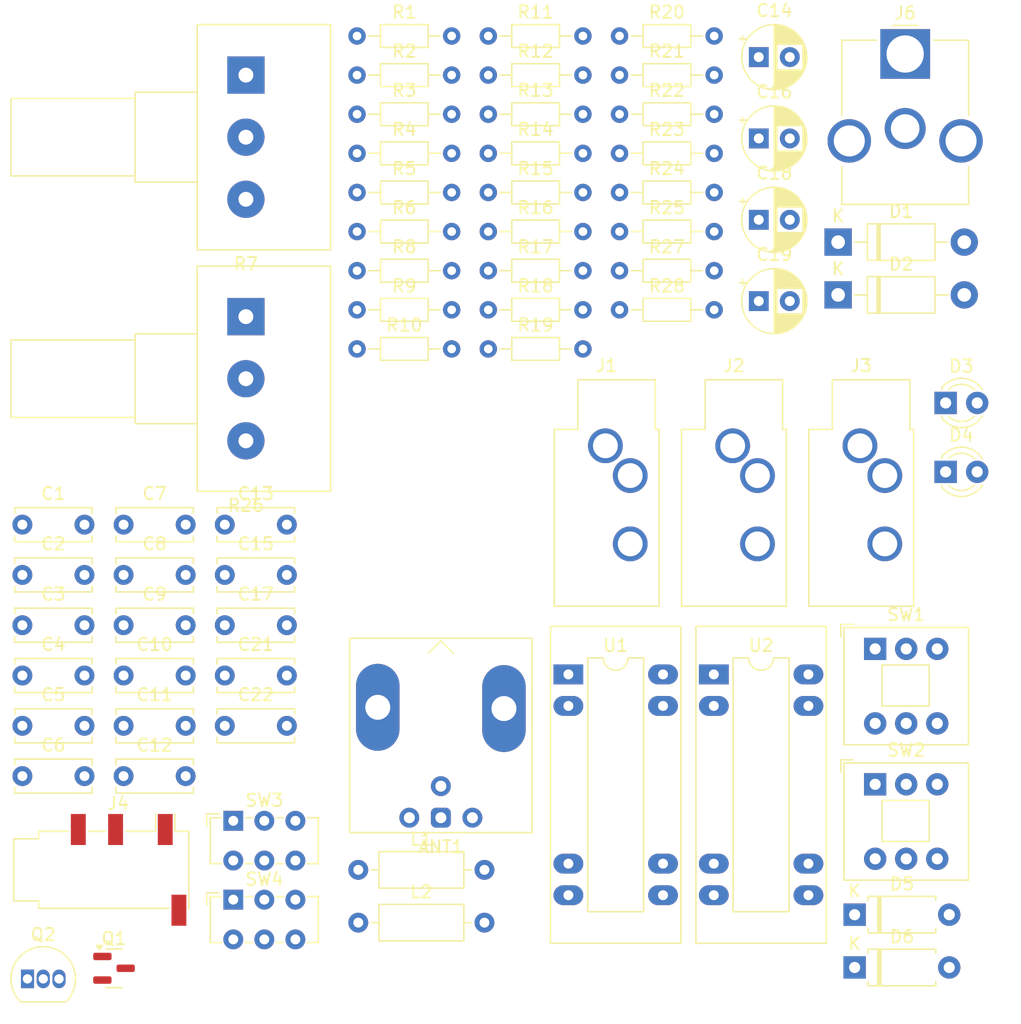
<source format=kicad_pcb>
(kicad_pcb (version 20240108) (generator "pcbnew") (generator_version "8.0")
  (layers (0 "F.Cu" signal) (31 "B.Cu" signal) (34 "B.Paste" user) (35 "F.Paste" user) (36 "B.SilkS" user "B.Silkscreen") (37 "F.SilkS" user "F.Silkscreen") (38 "B.Mask" user) (39 "F.Mask" user) (44 "Edge.Cuts" user))
  (net 0 "")
  (net 1 "Net-(ANT1-A)")
  (net 2 "GND")
  (net 3 "Net-(C1-Pad2)")
  (net 4 "Net-(D5-K)")
  (net 5 "Net-(C3-Pad1)")
  (net 6 "Net-(C3-Pad2)")
  (net 7 "Net-(Q1-S)")
  (net 8 "Net-(C5-Pad2)")
  (net 9 "Net-(Q1-D)")
  (net 10 "Net-(Q2-B)")
  (net 11 "Net-(C8-Pad1)")
  (net 12 "Net-(Q2-C)")
  (net 13 "Net-(C9-Pad2)")
  (net 14 "Net-(U2A--)")
  (net 15 "Net-(C11-Pad2)")
  (net 16 "Net-(C11-Pad1)")
  (net 17 "Net-(U2B-+)")
  (net 18 "Net-(C13-Pad2)")
  (net 19 "Net-(C13-Pad1)")
  (net 20 "Net-(C14-Pad1)")
  (net 21 "Net-(C15-Pad2)")
  (net 22 "Net-(C15-Pad1)")
  (net 23 "Net-(SW3-C)")
  (net 24 "Net-(C18-Pad1)")
  (net 25 "Net-(C18-Pad2)")
  (net 26 "Net-(C19-Pad1)")
  (net 27 "Net-(C19-Pad2)")
  (net 28 "Net-(SW3-B)")
  (net 29 "Net-(C22-Pad2)")
  (net 30 "Net-(D1-K)")
  (net 31 "Net-(D1-A)")
  (net 32 "Net-(D2-K)")
  (net 33 "Net-(BT1-+)")
  (net 34 "Net-(D3-A)")
  (net 35 "Net-(D4-A)")
  (net 36 "Net-(D5-A)")
  (net 37 "Net-(SW4-A)")
  (net 38 "Net-(SW4-B)")
  (net 39 "Net-(SW4-C)")
  (net 40 "Net-(J4-PadT)")
  (net 41 "Net-(L1-Pad1)")
  (net 42 "Net-(Q2-E)")
  (net 43 "Net-(U1--)")
  (net 44 "Net-(U2A-+)")
  (net 45 "Net-(R14-Pad2)")
  (net 46 "Net-(J4-PadR)")
  (net 47 "Net-(U2B--)")
  (footprint "Capacitor_THT:C_Disc_D6.0mm_W2.5mm_P5.00mm" (layer "F.Cu") (at 125.125 100.095)
    (property "Reference" "C17" (at 2.5 -2.5 0) (layer "F.SilkS"))
    (property "Value" "0.1uF")
    (pad "1" thru_hole circle (at 0 0) (size 1.6 1.6) (drill 0.8) (layers "*.Cu" "*.Mask") (net 23 "Net-(SW3-C)"))
    (pad "2" thru_hole circle (at 5 0) (size 1.6 1.6) (drill 0.8) (layers "*.Cu" "*.Mask") (net 2 "GND"))
  )
  (footprint "Capacitor_THT:C_Disc_D6.0mm_W2.5mm_P5.00mm" (layer "F.Cu") (at 116.975 104.145)
    (property "Reference" "C10" (at 2.5 -2.5 0) (layer "F.SilkS"))
    (property "Value" "10uF")
    (pad "1" thru_hole circle (at 0 0) (size 1.6 1.6) (drill 0.8) (layers "*.Cu" "*.Mask") (net 14 "Net-(U2A--)"))
    (pad "2" thru_hole circle (at 5 0) (size 1.6 1.6) (drill 0.8) (layers "*.Cu" "*.Mask") (net 2 "GND"))
  )
  (footprint "Potentiometer_THT:Potentiometer_Alps_RK163_Single_Horizontal" (layer "F.Cu") (at 126.825 75.245)
    (property "Reference" "R26" (at 0 15.2 180) (layer "F.SilkS"))
    (property "Value" "10k")
    (pad "1" thru_hole rect (at 0 0 180) (size 3 3) (drill 1.2) (layers "*.Cu" "*.Mask") (net 19 "Net-(C13-Pad1)"))
    (pad "2" thru_hole circle (at 0 5 180) (size 3 3) (drill 1.2) (layers "*.Cu" "*.Mask") (net 39 "Net-(SW4-C)"))
    (pad "3" thru_hole circle (at 0 10 180) (size 3 3) (drill 1.2) (layers "*.Cu" "*.Mask") (net 2 "GND"))
  )
  (footprint "LED_THT:LED_D3.0mm" (layer "F.Cu") (at 183.175 87.745)
    (property "Reference" "D4" (at 1.27 -2.96 0) (layer "F.SilkS"))
    (property "Value" "AMP POWER")
    (pad "1" thru_hole rect (at 0 0) (size 1.8 1.8) (drill 0.9) (layers "*.Cu" "*.Mask") (net 2 "GND"))
    (pad "2" thru_hole circle (at 2.54 0) (size 1.8 1.8) (drill 0.9) (layers "*.Cu" "*.Mask") (net 35 "Net-(D4-A)"))
  )
  (footprint "Capacitor_THT:C_Disc_D6.0mm_W2.5mm_P5.00mm" (layer "F.Cu") (at 108.825 96.045)
    (property "Reference" "C2" (at 2.5 -2.5 0) (layer "F.SilkS"))
    (property "Value" "0.01uF")
    (pad "1" thru_hole circle (at 0 0) (size 1.6 1.6) (drill 0.8) (layers "*.Cu" "*.Mask") (net 3 "Net-(C1-Pad2)"))
    (pad "2" thru_hole circle (at 5 0) (size 1.6 1.6) (drill 0.8) (layers "*.Cu" "*.Mask") (net 4 "Net-(D5-K)"))
  )
  (footprint "Capacitor_THT:C_Disc_D6.0mm_W2.5mm_P5.00mm" (layer "F.Cu") (at 108.825 112.245)
    (property "Reference" "C6" (at 2.5 -2.5 0) (layer "F.SilkS"))
    (property "Value" "0.01uF")
    (pad "1" thru_hole circle (at 0 0) (size 1.6 1.6) (drill 0.8) (layers "*.Cu" "*.Mask") (net 8 "Net-(C5-Pad2)"))
    (pad "2" thru_hole circle (at 5 0) (size 1.6 1.6) (drill 0.8) (layers "*.Cu" "*.Mask") (net 2 "GND"))
  )
  (footprint "Resistor_THT:R_Axial_DIN0204_L3.6mm_D1.6mm_P7.62mm_Horizontal" (layer "F.Cu") (at 135.775 62.095)
    (property "Reference" "R4" (at 3.81 -1.92 0) (layer "F.SilkS"))
    (property "Value" "22M")
    (pad "1" thru_hole circle (at 0 0) (size 1.4 1.4) (drill 0.7) (layers "*.Cu" "*.Mask") (net 4 "Net-(D5-K)"))
    (pad "2" thru_hole oval (at 7.62 0) (size 1.4 1.4) (drill 0.7) (layers "*.Cu" "*.Mask") (net 2 "GND"))
  )
  (footprint "Connector_Audio:Jack_3.5mm_CUI_SJ1-3533NG_Horizontal_CircularHoles" (layer "F.Cu") (at 155.775 85.645)
    (property "Reference" "J1" (at 0.1 -6.45 0) (layer "F.SilkS"))
    (property "Value" "AudioJack2")
    (pad "R" thru_hole circle (at 2 7.9) (size 2.8 2.8) (drill 2) (layers "*.Cu" "*.Mask"))
    (pad "S" thru_hole circle (at 0 0) (size 2.8 2.8) (drill 2) (layers "*.Cu" "*.Mask") (net 2 "GND"))
    (pad "T" thru_hole circle (at 2 2.4) (size 2.8 2.8) (drill 2) (layers "*.Cu" "*.Mask") (net 37 "Net-(SW4-A)"))
  )
  (footprint "Capacitor_THT:C_Disc_D6.0mm_W2.5mm_P5.00mm" (layer "F.Cu") (at 125.125 91.995)
    (property "Reference" "C13" (at 2.5 -2.5 0) (layer "F.SilkS"))
    (property "Value" "1uF")
    (pad "1" thru_hole circle (at 0 0) (size 1.6 1.6) (drill 0.8) (layers "*.Cu" "*.Mask") (net 19 "Net-(C13-Pad1)"))
    (pad "2" thru_hole circle (at 5 0) (size 1.6 1.6) (drill 0.8) (layers "*.Cu" "*.Mask") (net 18 "Net-(C13-Pad2)"))
  )
  (footprint "Package_DIP:DIP-8-16_W7.62mm_Socket_LongPads" (layer "F.Cu") (at 152.795 104.055)
    (property "Reference" "U1" (at 3.81 -2.33 0) (layer "F.SilkS"))
    (property "Value" "LM386")
    (pad "1" thru_hole rect (at 0 0) (size 2.4 1.6) (drill 0.8) (layers "*.Cu" "*.Mask") (net 25 "Net-(C18-Pad2)"))
    (pad "2" thru_hole oval (at 0 2.54) (size 2.4 1.6) (drill 0.8) (layers "*.Cu" "*.Mask") (net 43 "Net-(U1--)"))
    (pad "3" thru_hole oval (at 0 15.24) (size 2.4 1.6) (drill 0.8) (layers "*.Cu" "*.Mask") (net 2 "GND"))
    (pad "4" thru_hole oval (at 0 17.78) (size 2.4 1.6) (drill 0.8) (layers "*.Cu" "*.Mask") (net 2 "GND"))
    (pad "5" thru_hole oval (at 7.62 17.78) (size 2.4 1.6) (drill 0.8) (layers "*.Cu" "*.Mask") (net 26 "Net-(C19-Pad1)"))
    (pad "6" thru_hole oval (at 7.62 15.24) (size 2.4 1.6) (drill 0.8) (layers "*.Cu" "*.Mask") (net 23 "Net-(SW3-C)"))
    (pad "7" thru_hole oval (at 7.62 2.54) (size 2.4 1.6) (drill 0.8) (layers "*.Cu" "*.Mask"))
    (pad "8" thru_hole oval (at 7.62 0) (size 2.4 1.6) (drill 0.8) (layers "*.Cu" "*.Mask") (net 24 "Net-(C18-Pad1)"))
  )
  (footprint "Connector_Audio:Jack_3.5mm_PJ320D_Horizontal" (layer "F.Cu") (at 116.505 119.795)
    (property "Reference" "J4" (at 0.05 -5.35 0) (layer "F.SilkS"))
    (property "Value" "AudioJack3")
    (pad "" np_thru_hole circle (at -4.775 0) (size 1.5 1.5) (drill 1.5) (layers "*.Cu" "*.Mask"))
    (pad "" np_thru_hole circle (at 2.225 0) (size 1.5 1.5) (drill 1.5) (layers "*.Cu" "*.Mask"))
    (pad "R1" smd rect (at -0.175 -3.25) (size 1.2 2.5) (layers "F.Cu" "F.Paste" "F.Mask"))
    (pad "R2" smd rect (at -3.175 -3.25) (size 1.2 2.5) (layers "F.Cu" "F.Paste" "F.Mask"))
    (pad "S" smd rect (at 4.925 3.25) (size 1.2 2.5) (layers "F.Cu" "F.Paste" "F.Mask") (net 2 "GND"))
    (pad "T" smd rect (at 3.825 -3.25) (size 1.2 2.5) (layers "F.Cu" "F.Paste" "F.Mask") (net 40 "Net-(J4-PadT)"))
  )
  (footprint "Capacitor_THT:C_Disc_D6.0mm_W2.5mm_P5.00mm" (layer "F.Cu") (at 108.825 104.145)
    (property "Reference" "C4" (at 2.5 -2.5 0) (layer "F.SilkS"))
    (property "Value" "10uF")
    (pad "1" thru_hole circle (at 0 0) (size 1.6 1.6) (drill 0.8) (layers "*.Cu" "*.Mask") (net 7 "Net-(Q1-S)"))
    (pad "2" thru_hole circle (at 5 0) (size 1.6 1.6) (drill 0.8) (layers "*.Cu" "*.Mask") (net 2 "GND"))
  )
  (footprint "Connector_Coaxial:BNC_Amphenol_031-6575_Horizontal" (layer "F.Cu") (at 142.525 115.595)
    (property "Reference" "ANT1" (at 0 2.35 0) (layer "F.SilkS"))
    (property "Value" "Antenna")
    (pad "" thru_hole oval (at -5.08 -8.89) (size 3.5 7) (drill 2.01) (layers "*.Cu" "*.Mask"))
    (pad "" thru_hole oval (at 5.08 -8.79) (size 3.5 7) (drill 2.01) (layers "*.Cu" "*.Mask"))
    (pad "1" thru_hole roundrect (at 0 0) (size 1.6 1.6) (drill 0.89) (layers "*.Cu" "*.Mask") (net 1 "Net-(ANT1-A)"))
    (pad "2" thru_hole circle (at -2.54 0) (size 1.6 1.6) (drill 0.89) (layers "*.Cu" "*.Mask"))
    (pad "3" thru_hole circle (at 0 -2.54) (size 1.6 1.6) (drill 0.89) (layers "*.Cu" "*.Mask"))
    (pad "4" thru_hole circle (at 2.54 0) (size 1.6 1.6) (drill 0.89) (layers "*.Cu" "*.Mask"))
  )
  (footprint "Resistor_THT:R_Axial_DIN0204_L3.6mm_D1.6mm_P7.62mm_Horizontal" (layer "F.Cu") (at 146.345 74.695)
    (property "Reference" "R18" (at 3.81 -1.92 0) (layer "F.SilkS"))
    (property "Value" "15k")
    (pad "1" thru_hole circle (at 0 0) (size 1.4 1.4) (drill 0.7) (layers "*.Cu" "*.Mask") (net 17 "Net-(U2B-+)"))
    (pad "2" thru_hole oval (at 7.62 0) (size 1.4 1.4) (drill 0.7) (layers "*.Cu" "*.Mask") (net 15 "Net-(C11-Pad2)"))
  )
  (footprint "Capacitor_THT:C_Disc_D6.0mm_W2.5mm_P5.00mm" (layer "F.Cu") (at 108.825 91.995)
    (property "Reference" "C1" (at 2.5 -2.5 0) (layer "F.SilkS"))
    (property "Value" "24pF")
    (pad "1" thru_hole circle (at 0 0) (size 1.6 1.6) (drill 0.8) (layers "*.Cu" "*.Mask") (net 2 "GND"))
    (pad "2" thru_hole circle (at 5 0) (size 1.6 1.6) (drill 0.8) (layers "*.Cu" "*.Mask") (net 3 "Net-(C1-Pad2)"))
  )
  (footprint "Resistor_THT:R_Axial_DIN0204_L3.6mm_D1.6mm_P7.62mm_Horizontal" (layer "F.Cu") (at 146.345 52.645)
    (property "Reference" "R11" (at 3.81 -1.92 0) (layer "F.SilkS"))
    (property "Value" "470")
    (pad "1" thru_hole circle (at 0 0) (size 1.4 1.4) (drill 0.7) (layers "*.Cu" "*.Mask") (net 42 "Net-(Q2-E)"))
    (pad "2" thru_hole oval (at 7.62 0) (size 1.4 1.4) (drill 0.7) (layers "*.Cu" "*.Mask") (net 2 "GND"))
  )
  (footprint "Resistor_THT:R_Axial_DIN0204_L3.6mm_D1.6mm_P7.62mm_Horizontal" (layer "F.Cu") (at 146.345 71.545)
    (property "Reference" "R17" (at 3.81 -1.92 0) (layer "F.SilkS"))
    (property "Value" "10k")
    (pad "1" thru_hole circle (at 0 0) (size 1.4 1.4) (drill 0.7) (layers "*.Cu" "*.Mask") (net 15 "Net-(C11-Pad2)"))
    (pad "2" thru_hole oval (at 7.62 0) (size 1.4 1.4) (drill 0.7) (layers "*.Cu" "*.Mask") (net 45 "Net-(R14-Pad2)"))
  )
  (footprint "Capacitor_THT:CP_Radial_D5.0mm_P2.50mm" (layer "F.Cu") (at 168.124775 54.345)
    (property "Reference" "C14" (at 1.25 -3.75 0) (layer "F.SilkS"))
    (property "Value" "330uF")
    (pad "1" thru_hole rect (at 0 0) (size 1.6 1.6) (drill 0.8) (layers "*.Cu" "*.Mask") (net 20 "Net-(C14-Pad1)"))
    (pad "2" thru_hole circle (at 2.5 0) (size 1.6 1.6) (drill 0.8) (layers "*.Cu" "*.Mask") (net 2 "GND"))
  )
  (footprint "Resistor_THT:R_Axial_DIN0204_L3.6mm_D1.6mm_P7.62mm_Horizontal" (layer "F.Cu") (at 135.775 52.645)
    (property "Reference" "R1" (at 3.81 -1.92 0) (layer "F.SilkS"))
    (property "Value" "560K")
    (pad "1" thru_hole circle (at 0 0) (size 1.4 1.4) (drill 0.7) (layers "*.Cu" "*.Mask") (net 1 "Net-(ANT1-A)"))
    (pad "2" thru_hole oval (at 7.62 0) (size 1.4 1.4) (drill 0.7) (layers "*.Cu" "*.Mask") (net 41 "Net-(L1-Pad1)"))
  )
  (footprint "Inductor_THT:L_Axial_L6.6mm_D2.7mm_P10.16mm_Horizontal_Vishay_IM-2" (layer "F.Cu") (at 135.875 124.045)
    (property "Reference" "L2" (at 5.08 -2.47 0) (layer "F.SilkS"))
    (property "Value" "150 mH")
    (pad "1" thru_hole circle (at 0 0) (size 1.6 1.6) (drill 0.8) (layers "*.Cu" "*.Mask") (net 8 "Net-(C5-Pad2)"))
    (pad "2" thru_hole oval (at 10.16 0) (size 1.6 1.6) (drill 0.8) (layers "*.Cu" "*.Mask") (net 10 "Net-(Q2-B)"))
  )
  (footprint "Capacitor_THT:CP_Radial_D5.0mm_P2.50mm" (layer "F.Cu") (at 168.124775 60.895)
    (property "Reference" "C16" (at 1.25 -3.75 0) (layer "F.SilkS"))
    (property "Value" "330uF")
    (pad "1" thru_hole rect (at 0 0) (size 1.6 1.6) (drill 0.8) (layers "*.Cu" "*.Mask") (net 23 "Net-(SW3-C)"))
    (pad "2" thru_hole circle (at 2.5 0) (size 1.6 1.6) (drill 0.8) (layers "*.Cu" "*.Mask") (net 2 "GND"))
  )
  (footprint "Resistor_THT:R_Axial_DIN0204_L3.6mm_D1.6mm_P7.62mm_Horizontal" (layer "F.Cu") (at 156.915 74.695)
    (property "Reference" "R28" (at 3.81 -1.92 0) (layer "F.SilkS"))
    (property "Value" "270k")
    (pad "1" thru_hole circle (at 0 0) (size 1.4 1.4) (drill 0.7) (layers "*.Cu" "*.Mask") (net 26 "Net-(C19-Pad1)"))
    (pad "2" thru_hole oval (at 7.62 0) (size 1.4 1.4) (drill 0.7) (layers "*.Cu" "*.Mask") (net 43 "Net-(U1--)"))
  )
  (footprint "Resistor_THT:R_Axial_DIN0204_L3.6mm_D1.6mm_P7.62mm_Horizontal" (layer "F.Cu") (at 135.775 77.845)
    (property "Reference" "R10" (at 3.81 -1.92 0) (layer "F.SilkS"))
    (property "Value" "2K2")
    (pad "1" thru_hole circle (at 0 0) (size 1.4 1.4) (drill 0.7) (layers "*.Cu" "*.Mask") (net 28 "Net-(SW3-B)"))
    (pad "2" thru_hole oval (at 7.62 0) (size 1.4 1.4) (drill 0.7) (layers "*.Cu" "*.Mask") (net 12 "Net-(Q2-C)"))
  )
  (footprint "Connector_BarrelJack:BarrelJack_CUI_PJ-063AH_Horizontal_CircularHoles" (layer "F.Cu") (at 179.915 54.095)
    (property "Reference" "J6" (at 0 -3.3 0) (layer "F.SilkS"))
    (property "Value" "Barrel_Jack")
    (pad "" np_thru_hole circle (at 0 9) (size 1.6 1.6) (drill 1.6) (layers "*.Cu" "*.Mask"))
    (pad "1" thru_hole rect (at 0 0) (size 4 4) (drill 3) (layers "*.Cu" "*.Mask") (net 31 "Net-(D1-A)"))
    (pad "2" thru_hole circle (at 0 6) (size 3.3 3.3) (drill 2.3) (layers "*.Cu" "*.Mask") (net 2 "GND"))
    (pad "MP" thru_hole circle (at -4.5 7) (size 3.5 3.5) (drill 2.5) (layers "*.Cu" "*.Mask"))
    (pad "MP" thru_hole circle (at 4.5 7) (size 3.5 3.5) (drill 2.5) (layers "*.Cu" "*.Mask"))
  )
  (footprint "Resistor_THT:R_Axial_DIN0204_L3.6mm_D1.6mm_P7.62mm_Horizontal" (layer "F.Cu") (at 156.915 58.945)
    (property "Reference" "R22" (at 3.81 -1.92 0) (layer "F.SilkS"))
    (property "Value" "1k")
    (pad "1" thru_hole circle (at 0 0) (size 1.4 1.4) (drill 0.7) (layers "*.Cu" "*.Mask") (net 18 "Net-(C13-Pad2)"))
    (pad "2" thru_hole oval (at 7.62 0) (size 1.4 1.4) (drill 0.7) (layers "*.Cu" "*.Mask") (net 16 "Net-(C11-Pad1)"))
  )
  (footprint "Button_Switch_THT:SW_Push_2P2T_Toggle_CK_PVA2OAH5xxxxxxV2" (layer "F.Cu") (at 177.5 112.905)
    (property "Reference" "SW2" (at 2.5 -2.75 0) (layer "F.SilkS"))
    (property "Value" "MAIN POWER")
    (pad "1" thru_hole rect (at 0 0) (size 1.8 1.8) (drill 0.9) (layers "*.Cu" "*.Mask"))
    (pad "2" thru_hole circle (at 2.5 0) (size 1.8 1.8) (drill 0.9) (layers "*.Cu" "*.Mask") (net 30 "Net-(D1-K)"))
    (pad "3" thru_hole circle (at 5 0) (size 1.8 1.8) (drill 0.9) (layers "*.Cu" "*.Mask") (net 28 "Net-(SW3-B)"))
    (pad "4" thru_hole circle (at 0 6) (size 1.8 1.8) (drill 0.9) (layers "*.Cu" "*.Mask"))
    (pad "5" thru_hole circle (at 2.5 6) (size 1.8 1.8) (drill 0.9) (layers "*.Cu" "*.Mask") (net 32 "Net-(D2-K)"))
    (pad "6" thru_hole circle (at 5 6) (size 1.8 1.8) (drill 0.9) (layers "*.Cu" "*.Mask") (net 28 "Net-(SW3-B)"))
  )
  (footprint "Capacitor_THT:C_Disc_D6.0mm_W2.5mm_P5.00mm" (layer "F.Cu") (at 116.975 112.245)
    (property "Reference" "C12" (at 2.5 -2.5 0) (layer "F.SilkS"))
    (property "Value" "0.001uF")
    (pad "1" thru_hole circle (at 0 0) (size 1.6 1.6) (drill 0.8) (layers "*.Cu" "*.Mask") (net 17 "Net-(U2B-+)"))
    (pad "2" thru_hole circle (at 5 0) (size 1.6 1.6) (drill 0.8) (layers "*.Cu" "*.Mask") (net 2 "GND"))
  )
  (footprint "Capacitor_THT:CP_Radial_D5.0mm_P2.50mm" (layer "F.Cu") (at 168.124775 67.445)
    (property "Reference" "C18" (at 1.25 -3.75 0) (layer "F.SilkS"))
    (property "Value" "10uF")
    (pad "1" thru_hole rect (at 0 0) (size 1.6 1.6) (drill 0.8) (layers "*.Cu" "*.Mask") (net 24 "Net-(C18-Pad1)"))
    (pad "2" thru_hole circle (at 2.5 0) (size 1.6 1.6) (drill 0.8) (layers "*.Cu" "*.Mask") (net 25 "Net-(C18-Pad2)"))
  )
  (footprint "Resistor_THT:R_Axial_DIN0204_L3.6mm_D1.6mm_P7.62mm_Horizontal" (layer "F.Cu") (at 156.915 55.795)
    (property "Reference" "R21" (at 3.81 -1.92 0) (layer "F.SilkS"))
    (property "Value" "1k")
    (pad "1" thru_hole circle (at 0 0) (size 1.4 1.4) (drill 0.7) (layers "*.Cu" "*.Mask") (net 21 "Net-(C15-Pad2)"))
    (pad "2" thru_hole oval (at 7.62 0) (size 1.4 1.4) (drill 0.7) (layers "*.Cu" "*.Mask") (net 16 "Net-(C11-Pad1)"))
  )
  (footprint "Resistor_THT:R_Axial_DIN0204_L3.6mm_D1.6mm_P7.62mm_Horizontal" (layer "F.Cu") (at 156.915 68.395)
    (property "Reference" "R25" (at 3.81 -1.92 0) (layer "F.SilkS"))
    (property "Value" "100")
    (pad "1" thru_hole circle (at 0 0) (size 1.4 1.4) (drill 0.7) (layers "*.Cu" "*.Mask") (net 28 "Net-(SW3-B)"))
    (pad "2" thru_hole oval (at 7.62 0) (size 1.4 1.4) (drill 0.7) (layers "*.Cu" "*.Mask") (net 20 "Net-(C14-Pad1)"))
  )
  (footprint "Resistor_THT:R_Axial_DIN0204_L3.6mm_D1.6mm_P7.62mm_Horizontal" (layer "F.Cu") (at 156.915 52.645)
    (property "Reference" "R20" (at 3.81 -1.92 0) (layer "F.SilkS"))
    (property "Value" "20k")
    (pad "1" thru_hole circle (at 0 0) (size 1.4 1.4) (drill 0.7) (layers "*.Cu" "*.Mask") (net 16 "Net-(C11-Pad1)"))
    (pad "2" thru_hole oval (at 7.62 0) (size 1.4 1.4) (drill 0.7) (layers "*.Cu" "*.Mask") (net 47 "Net-(U2B--)"))
  )
  (footprint "Capacitor_THT:C_Disc_D6.0mm_W2.5mm_P5.00mm" (layer "F.Cu") (at 116.975 96.045)
    (property "Reference" "C8" (at 2.5 -2.5 0) (layer "F.SilkS"))
    (property "Value" "1uF")
    (pad "1" thru_hole circle (at 0 0) (size 1.6 1.6) (drill 0.8) (layers "*.Cu" "*.Mask") (net 11 "Net-(C8-Pad1)"))
    (pad "2" thru_hole circle (at 5 0) (size 1.6 1.6) (drill 0.8) (layers "*.Cu" "*.Mask") (net 2 "GND"))
  )
  (footprint "Resistor_THT:R_Axial_DIN0204_L3.6mm_D1.6mm_P7.62mm_Horizontal" (layer "F.Cu") (at 135.775 65.245)
    (property "Reference" "R5" (at 3.81 -1.92 0) (layer "F.SilkS"))
    (property "Value" "680")
    (pad "1" thru_hole circle (at 0 0) (size 1.4 1.4) (drill 0.7) (layers "*.Cu" "*.Mask") (net 20 "Net-(C14-Pad1)"))
    (pad "2" thru_hole oval (at 7.62 0) (size 1.4 1.4) (drill 0.7) (layers "*.Cu" "*.Mask") (net 9 "Net-(Q1-D)"))
  )
  (footprint "Capacitor_THT:C_Disc_D6.0mm_W2.5mm_P5.00mm" (layer "F.Cu") (at 125.125 104.145)
    (property "Reference" "C21" (at 2.5 -2.5 0) (layer "F.SilkS"))
    (property "Value" "0.1uF")
    (pad "1" thru_hole circle (at 0 0) (size 1.6 1.6) (drill 0.8) (layers "*.Cu" "*.Mask") (net 28 "Net-(SW3-B)"))
    (pad "2" thru_hole circle (at 5 0) (size 1.6 1.6) (drill 0.8) (layers "*.Cu" "*.Mask") (net 2 "GND"))
  )
  (footprint "Resistor_THT:R_Axial_DIN0204_L3.6mm_D1.6mm_P7.62mm_Horizontal" (layer "F.Cu") (at 135.775 71.545)
    (property "Reference" "R8" (at 3.81 -1.92 0) (layer "F.SilkS"))
    (property "Value" "43K")
    (pad "1" thru_hole circle (at 0 0) (size 1.4 1.4) (drill 0.7) (layers "*.Cu" "*.Mask") (net 20 "Net-(C14-Pad1)"))
    (pad "2" thru_hole oval (at 7.62 0) (size 1.4 1.4) (drill 0.7) (layers "*.Cu" "*.Mask") (net 10 "Net-(Q2-B)"))
  )
  (footprint "Resistor_THT:R_Axial_DIN0204_L3.6mm_D1.6mm_P7.62mm_Horizontal" (layer "F.Cu") (at 146.345 62.095)
    (property "Reference" "R14" (at 3.81 -1.92 0) (layer "F.SilkS"))
    (property "Value" "100k")
    (pad "1" thru_hole circle (at 0 0) (size 1.4 1.4) (drill 0.7) (layers "*.Cu" "*.Mask") (net 44 "Net-(U2A-+)"))
    (pad "2" thru_hole oval (at 7.62 0) (size 1.4 1.4) (drill 0.7) (layers "*.Cu" "*.Mask") (net 45 "Net-(R14-Pad2)"))
  )
  (footprint "Capacitor_THT:C_Disc_D6.0mm_W2.5mm_P5.00mm" (layer "F.Cu") (at 125.125 108.195)
    (property "Reference" "C22" (at 2.5 -2.5 0) (layer "F.SilkS"))
    (property "Value" "0.1uF")
    (pad "1" thru_hole circle (at 0 0) (size 1.6 1.6) (drill 0.8) (layers "*.Cu" "*.Mask") (net 26 "Net-(C19-Pad1)"))
    (pad "2" thru_hole circle (at 5 0) (size 1.6 1.6) (drill 0.8) (layers "*.Cu" "*.Mask") (net 29 "Net-(C22-Pad2)"))
  )
  (footprint "Capacitor_THT:C_Disc_D6.0mm_W2.5mm_P5.00mm" (layer "F.Cu") (at 108.825 100.095)
    (property "Reference" "C3" (at 2.5 -2.5 0) (layer "F.SilkS"))
    (property "Value" "24pF")
    (pad "1" thru_hole circle (at 0 0) (size 1.6 1.6) (drill 0.8) (layers "*.Cu" "*.Mask") (net 5 "Net-(C3-Pad1)"))
    (pad "2" thru_hole circle (at 5 0) (size 1.6 1.6) (drill 0.8) (layers "*.Cu" "*.Mask") (net 6 "Net-(C3-Pad2)"))
  )
  (footprint "Capacitor_THT:C_Disc_D6.0mm_W2.5mm_P5.00mm" (layer "F.Cu") (at 125.125 96.045)
    (property "Reference" "C15" (at 2.5 -2.5 0) (layer "F.SilkS"))
    (property "Value" "0.1uF")
    (pad "1" thru_hole circle (at 0 0) (size 1.6 1.6) (drill 0.8) (layers "*.Cu" "*.Mask") (net 22 "Net-(C15-Pad1)"))
    (pad "2" thru_hole circle (at 5 0) (size 1.6 1.6) (drill 0.8) (layers "*.Cu" "*.Mask") (net 21 "Net-(C15-Pad2)"))
  )
  (footprint "Connector_Audio:Jack_3.5mm_CUI_SJ1-3533NG_Horizontal_CircularHoles" (layer "F.Cu") (at 166.025 85.645)
    (property "Reference" "J2" (at 0.1 -6.45 0) (layer "F.SilkS"))
    (property "Value" "AudioJack2")
    (pad "R" thru_hole circle (at 2 7.9) (size 2.8 2.8) (drill 2) (layers "*.Cu" "*.Mask"))
    (pad "S" thru_hole circle (at 0 0) (size 2.8 2.8) (drill 2) (layers "*.Cu" "*.Mask") (net 2 "GND"))
    (pad "T" thru_hole circle (at 2 2.4) (size 2.8 2.8) (drill 2) (layers "*.Cu" "*.Mask") (net 38 "Net-(SW4-B)"))
  )
  (footprint "Diode_THT:D_DO-41_SOD81_P10.16mm_Horizontal" (layer "F.Cu") (at 174.515 69.245)
    (property "Reference" "D1" (at 5.08 -2.47 0) (layer "F.SilkS"))
    (property "Value" "1N4001")
    (fp_text user "K" (at 0 -2.1 0) (layer "F.SilkS"))
    (pad "1" thru_hole rect (at 0 0) (size 2.2 2.2) (drill 1.1) (layers "*.Cu" "*.Mask") (net 30 "Net-(D1-K)"))
    (pad "2" thru_hole oval (at 10.16 0) (size 2.2 2.2) (drill 1.1) (layers "*.Cu" "*.Mask") (net 31 "Net-(D1-A)"))
  )
  (footprint "Button_Switch_THT:SW_E-Switch_EG1271_SPDT" (layer "F.Cu") (at 125.81 115.845)
    (property "Reference" "SW3" (at 2.5 -1.65 0) (layer "F.SilkS"))
    (property "Value" "AMP POWER")
    (pad "1" thru_hole rect (at 0 0) (size 1.6 1.6) (drill 0.8) (layers "*.Cu" "*.Mask"))
    (pad "2" thru_hole circle (at 2.5 0) (size 1.6 1.6) (drill 0.8) (layers "*.Cu" "*.Mask") (net 28 "Net-(SW3-B)"))
    (pad "3" thru_hole circle (at 5 0) (size 1.6 1.6) (drill 0.8) (layers "*.Cu" "*.Mask") (net 23 "Net-(SW3-C)"))
    (pad "4" thru_hole circle (at 0 3.2) (size 1.6 1.6) (drill 0.8) (layers "*.Cu" "*.Mask"))
    (pad "5" thru_hole circle (at 2.5 3.2) (size 1.6 1.6) (drill 0.8) (layers "*.Cu" "*.Mask"))
    (pad "6" thru_hole circle (at 5 3.2) (size 1.6 1.6) (drill 0.8) (layers "*.Cu" "*.Mask"))
  )
  (footprint "Resistor_THT:R_Axial_DIN0204_L3.6mm_D1.6mm_P7.62mm_Horizontal" (layer "F.Cu") (at 146.345 68.395)
    (property "Reference" "R16" (at 3.81 -1.92 0) (layer "F.SilkS"))
    (property "Value" "20k")
    (pad "1" thru_hole circle (at 0 0) (size 1.4 1.4) (drill 0.7) (layers "*.Cu" "*.Mask") (net 14 "Net-(U2A--)"))
    (pad "2" thru_hole oval (at 7.62 0) (size 1.4 1.4) (drill 0.7) (layers "*.Cu" "*.Mask") (net 2 "GND"))
  )
  (footprint "Resistor_THT:R_Axial_DIN0204_L3.6mm_D1.6mm_P7.62mm_Horizontal" (layer "F.Cu") (at 135.775 55.795)
    (property "Reference" "R2" (at 3.81 -1.92 0) (layer "F.SilkS"))
    (property "Value" "10")
    (pad "1" thru_hole circle (at 0 0) (size 1.4 1.4) (drill 0.7) (layers "*.Cu" "*.Mask") (net 2 "GND"))
    (pad "2" thru_hole oval (at 7.62 0) (size 1.4 1.4) (drill 0.7) (layers "*.Cu" "*.Mask") (net 29 "Net-(C22-Pad2)"))
  )
  (footprint "Button_Switch_THT:SW_Push_2P2T_Toggle_CK_PVA2OAH5xxxxxxV2" (layer "F.Cu") (at 177.5 102)
    (property "Reference" "SW1" (at 2.5 -2.75 0) (layer "F.SilkS"))
    (property "Value" "ANT")
    (pad "1" thru_hole rect (at 0 0) (size 1.8 1.8) (drill 0.9) (layers "*.Cu" "*.Mask") (net 1 "Net-(ANT1-A)"))
    (pad "2" thru_hole circle (at 2.5 0) (size 1.8 1.8) (drill 0.9) (layers "*.Cu" "*.Mask") (net 41 "Net-(L1-Pad1)"))
    (pad "3" thru_hole circle (at 5 0) (size 1.8 1.8) (drill 0.9) (layers "*.Cu" "*.Mask") (net 6 "Net-(C3-Pad2)"))
    (pad "4" thru_hole circle (at 0 6) (size 1.8 1.8) (drill 0.9) (layers "*.Cu" "*.Mask"))
    (pad "5" thru_hole circle (at 2.5 6) (size 1.8 1.8) (drill 0.9) (layers "*.Cu" "*.Mask") (net 2 "GND"))
    (pad "6" thru_hole circle (at 5 6) (size 1.8 1.8) (drill 0.9) (layers "*.Cu" "*.Mask") (net 5 "Net-(C3-Pad1)"))
  )
  (footprint "Package_DIP:DIP-8-16_W7.62mm_Socket_LongPads" (layer "F.Cu") (at 164.505 104.055)
    (property "Reference" "U2" (at 3.81 -2.33 0) (layer "F.SilkS"))
    (property "Value" "LM358")
    (pad "1" thru_hole rect (at 0 0) (size 2.4 1.6) (drill 0.8) (layers "*.Cu" "*.Mask") (net 45 "Net-(R14-Pad2)"))
    (pad "2" thru_hole oval (at 0 2.54) (size 2.4 1.6) (drill 0.8) (layers "*.Cu" "*.Mask") (net 14 "Net-(U2A--)"))
    (pad "3" thru_hole oval (at 0 15.24) (size 2.4 1.6) (drill 0.8) (layers "*.Cu" "*.Mask") (net 44 "Net-(U2A-+)"))
    (pad "4" thru_hole oval (at 0 17.78) (size 2.4 1.6) (drill 0.8) (layers "*.Cu" "*.Mask") (net 2 "GND"))
    (pad "5" thru_hole oval (at 7.62 17.78) (size 2.4 1.6) (drill 0.8) (layers "*.Cu" "*.Mask") (net 17 "Net-(U2B-+)"))
    (pad "6" thru_hole oval (at 7.62 15.24) (size 2.4 1.6) (drill 0.8) (layers "*.Cu" "*.Mask") (net 47 "Net-(U2B--)"))
    (pad "7" thru_hole oval (at 7.62 2.54) (size 2.4 1.6) (drill 0.8) (layers "*.Cu" "*.Mask") (net 16 "Net-(C11-Pad1)"))
    (pad "8" thru_hole oval (at 7.62 0) (size 2.4 1.6) (drill 0.8) (layers "*.Cu" "*.Mask") (net 28 "Net-(SW3-B)"))
  )
  (footprint "Capacitor_THT:C_Disc_D6.0mm_W2.5mm_P5.00mm" (layer "F.Cu") (at 116.975 100.095)
    (property "Reference" "C9" (at 2.5 -2.5 0) (layer "F.SilkS"))
    (property "Value" "0.1uF")
    (pad "1" thru_hole circle (at 0 0) (size 1.6 1.6) (drill 0.8) (layers "*.Cu" "*.Mask") (net 12 "Net-(Q2-C)"))
    (pad "2" thru_hole circle (at 5 0) (size 1.6 1.6) (drill 0.8) (layers "*.Cu" "*.Mask") (net 13 "Net-(C9-Pad2)"))
  )
  (footprint "Capacitor_THT:CP_Radial_D5.0mm_P2.50mm" (layer "F.Cu") (at 168.124775 73.995)
    (property "Reference" "C19" (at 1.25 -3.75 0) (layer "F.SilkS"))
    (property "Value" "100uF")
    (pad "1" thru_hole rect (at 0 0) (size 1.6 1.6) (drill 0.8) (layers "*.Cu" "*.Mask") (net 26 "Net-(C19-Pad1)"))
    (pad "2" thru_hole circle (at 2.5 0) (size 1.6 1.6) (drill 0.8) (layers "*.Cu" "*.Mask") (net 27 "Net-(C19-Pad2)"))
  )
  (footprint "LED_THT:LED_D3.0mm" (layer "F.Cu") (at 183.175 82.195)
    (property "Reference" "D3" (at 1.27 -2.96 0) (layer "F.SilkS"))
    (property "Value" "MAIN POWER")
    (pad "1" thru_hole rect (at 0 0) (size 1.8 1.8) (drill 0.9) (layers "*.Cu" "*.Mask") (net 2 "GND"))
    (pad "2" thru_hole circle (at 2.54 0) (size 1.8 1.8) (drill 0.9) (layers "*.Cu" "*.Mask") (net 34 "Net-(D3-A)"))
  )
  (footprint "Inductor_THT:L_Axial_L6.6mm_D2.7mm_P10.16mm_Horizontal_Vishay_IM-2" (layer "F.Cu") (at 135.875 119.795)
    (property "Reference" "L1" (at 5.08 -2.47 0) (layer "F.SilkS"))
    (property "Value" "3.9mH")
    (pad "1" thru_hole circle (at 0 0) (size 1.6 1.6) (drill 0.8) (layers "*.Cu" "*.Mask") (net 41 "Net-(L1-Pad1)"))
    (pad "2" thru_hole oval (at 10.16 0) (size 1.6 1.6) (drill 0.8) (layers "*.Cu" "*.Mask") (net 3 "Net-(C1-Pad2)"))
  )
  (footprint "Package_TO_SOT_SMD:SOT-23" (layer "F.Cu") (at 116.205 127.72)
    (property "Reference" "Q1" (at 0 -2.4 0) (layer "F.SilkS"))
    (property "Value" "MMBFJ113")
    (pad "1" smd roundrect (at -0.9375 -0.95) (size 1.475 0.6) (layers "F.Cu" "F.Paste" "F.Mask") (net 9 "Net-(Q1-D)"))
    (pad "2" smd roundrect (at -0.9375 0.95) (size 1.475 0.6) (layers "F.Cu" "F.Paste" "F.Mask") (net 7 "Net-(Q1-S)"))
    (pad "3" smd roundrect (at 0.9375 0) (size 1.475 0.6) (layers "F.Cu" "F.Paste" "F.Mask") (net 4 "Net-(D5-K)"))
  )
  (footprint "Resistor_THT:R_Axial_DIN0204_L3.6mm_D1.6mm_P7.62mm_Horizontal" (layer "F.Cu") (at 156.915 71.545)
    (property "Reference" "R27" (at 3.81 -1.92 0) (layer "F.SilkS"))
    (property "Value" "100")
    (pad "1" thru_hole circle (at 0 0) (size 1.4 1.4) (drill 0.7) (layers "*.Cu" "*.Mask") (net 40 "Net-(J4-PadT)"))
    (pad "2" thru_hole oval (at 7.62 0) (size 1.4 1.4) (drill 0.7) (layers "*.Cu" "*.Mask") (net 27 "Net-(C19-Pad2)"))
  )
  (footprint "Resistor_THT:R_Axial_DIN0204_L3.6mm_D1.6mm_P7.62mm_Horizontal" (layer "F.Cu") (at 146.345 58.945)
    (property "Reference" "R13" (at 3.81 -1.92 0) (layer "F.SilkS"))
    (property "Value" "2K2")
    (pad "1" thru_hole circle (at 0 0) (size 1.4 1.4) (drill 0.7) (layers "*.Cu" "*.Mask") (net 13 "Net-(C9-Pad2)"))
    (pad "2" thru_hole oval (at 7.62 0) (size 1.4 1.4) (drill 0.7) (layers "*.Cu" "*.Mask") (net 44 "Net-(U2A-+)"))
  )
  (footprint "Potentiometer_THT:Potentiometer_Alps_RK163_Single_Horizontal" (layer "F.Cu") (at 126.825 55.795)
    (property "Reference" "R7" (at 0 15.2 180) (layer "F.SilkS"))
    (property "Value" "10k")
    (pad "1" thru_hole rect (at 0 0 180) (size 3 3) (drill 1.2) (layers "*.Cu" "*.Mask") (net 22 "Net-(C15-Pad1)"))
    (pad "2" thru_hole circle (at 0 5 180) (size 3 3) (drill 1.2) (layers "*.Cu" "*.Mask") (net 43 "Net-(U1--)"))
    (pad "3" thru_hole circle (at 0 10 180) (size 3 3) (drill 1.2) (layers "*.Cu" "*.Mask") (net 2 "GND"))
  )
  (footprint "Diode_THT:D_A-405_P7.62mm_Horizontal" (layer "F.Cu") (at 175.845 127.655)
    (property "Reference" "D6" (at 3.81 -2.47 0) (layer "F.SilkS"))
    (property "Value" "3.3V")
    (fp_text user "K" (at 0 -1.9 0) (layer "F.SilkS"))
    (pad "1" thru_hole rect (at 0 0) (size 1.8 1.8) (drill 0.9) (layers "*.Cu" "*.Mask") (net 2 "GND"))
    (pad "2" thru_hole oval (at 7.62 0) (size 1.8 1.8) (drill 0.9) (layers "*.Cu" "*.Mask") (net 36 "Net-(D5-A)"))
  )
  (footprint "Connector_Audio:Jack_3.5mm_CUI_SJ1-3533NG_Horizontal_CircularHoles" (layer "F.Cu") (at 176.275 85.645)
    (property "Reference" "J3" (at 0.1 -6.45 0) (layer "F.SilkS"))
    (property "Value" "AudioJack2")
    (pad "R" thru_hole circle (at 2 7.9) (size 2.8 2.8) (drill 2) (layers "*.Cu" "*.Mask"))
    (pad "S" thru_hole circle (at 0 0) (size 2.8 2.8) (drill 2) (layers "*.Cu" "*.Mask") (net 2 "GND"))
    (pad "T" thru_hole circle (at 2 2.4) (size 2.8 2.8) (drill 2) (layers "*.Cu" "*.Mask") (net 39 "Net-(SW4-C)"))
  )
  (footprint "Capacitor_THT:C_Disc_D6.0mm_W2.5mm_P5.00mm" (layer "F.Cu") (at 108.825 108.195)
    (property "Reference" "C5" (at 2.5 -2.5 0) (layer "F.SilkS"))
    (property "Value" "0.1uF")
    (pad "1" thru_hole circle (at 0 0) (size 1.6 1.6) (drill 0.8) (layers "*.Cu" "*.Mask") (net 9 "Net-(Q1-D)"))
    (pad "2" thru_hole circle (at 5 0) (size 1.6 1.6) (drill 0.8) (layers "*.Cu" "*.Mask") (net 8 "Net-(C5-Pad2)"))
  )
  (footprint "Package_TO_SOT_THT:TO-92_Inline" (layer "F.Cu") (at 109.235 128.575)
    (property "Reference" "Q2" (at 1.27 -3.56 0) (layer "F.SilkS"))
    (property "Value" "PN2222A")
    (pad "1" thru_hole rect (at 0 0) (size 1.05 1.5) (drill 0.75) (layers "*.Cu" "*.Mask") (net 42 "Net-(Q2-E)"))
    (pad "2" thru_hole oval (at 1.27 0) (size 1.05 1.5) (drill 0.75) (layers "*.Cu" "*.Mask") (net 10 "Net-(Q2-B)"))
    (pad "3" thru_hole oval (at 2.54 0) (size 1.05 1.5) (drill 0.75) (layers "*.Cu" "*.Mask") (net 12 "Net-(Q2-C)"))
  )
  (footprint "Capacitor_THT:C_Disc_D6.0mm_W2.5mm_P5.00mm" (layer "F.Cu") (at 116.975 108.195)
    (property "Reference" "C11" (at 2.5 -2.5 0) (layer "F.SilkS"))
    (property "Value" "0.001uF")
    (pad "1" thru_hole circle (at 0 0) (size 1.6 1.6) (drill 0.8) (layers "*.Cu" "*.Mask") (net 16 "Net-(C11-Pad1)"))
    (pad "2" thru_hole circle (at 5 0) (size 1.6 1.6) (drill 0.8) (layers "*.Cu" "*.Mask") (net 15 "Net-(C11-Pad2)"))
  )
  (footprint "Resistor_THT:R_Axial_DIN0204_L3.6mm_D1.6mm_P7.62mm_Horizontal" (layer "F.Cu") (at 146.345 65.245)
    (property "Reference" "R15" (at 3.81 -1.92 0) (layer "F.SilkS"))
    (property "Value" "20k")
    (pad "1" thru_hole circle (at 0 0) (size 1.4 1.4) (drill 0.7) (layers "*.Cu" "*.Mask") (net 14 "Net-(U2A--)"))
    (pad "2" thru_hole oval (at 7.62 0) (size 1.4 1.4) (drill 0.7) (layers "*.Cu" "*.Mask") (net 28 "Net-(SW3-B)"))
  )
  (footprint "Resistor_THT:R_Axial_DIN0204_L3.6mm_D1.6mm_P7.62mm_Horizontal" (layer "F.Cu") (at 135.775 68.395)
    (property "Reference" "R6" (at 3.81 -1.92 0) (layer "F.SilkS"))
    (property "Value" "220")
    (pad "1" thru_hole circle (at 0 0) (size 1.4 1.4) (drill 0.7) (layers "*.Cu" "*.Mask") (net 7 "Net-(Q1-S)"))
    (pad "2" thru_hole oval (at 7.62 0) (size 1.4 1.4) (drill 0.7) (layers "*.Cu" "*.Mask") (net 2 "GND"))
  )
  (footprint "Resistor_THT:R_Axial_DIN0204_L3.6mm_D1.6mm_P7.62mm_Horizontal" (layer "F.Cu") (at 135.775 74.695)
    (property "Reference" "R9" (at 3.81 -1.92 0) (layer "F.SilkS"))
    (property "Value" "10K")
    (pad "1" thru_hole circle (at 0 0) (size 1.4 1.4) (drill 0.7) (layers "*.Cu" "*.Mask") (net 10 "Net-(Q2-B)"))
    (pad "2" thru_hole oval (at 7.62 0) (size 1.4 1.4) (drill 0.7) (layers "*.Cu" "*.Mask") (net 2 "GND"))
  )
  (footprint "Resistor_THT:R_Axial_DIN0204_L3.6mm_D1.6mm_P7.62mm_Horizontal" (layer "F.Cu") (at 156.915 65.245)
    (property "Reference" "R24" (at 3.81 -1.92 0) (layer "F.SilkS"))
    (property "Value" "1k")
    (pad "1" thru_hole circle (at 0 0) (size 1.4 1.4) (drill 0.7) (layers "*.Cu" "*.Mask") (net 35 "Net-(D4-A)"))
    (pad "2" thru_hole oval (at 7.62 0) (size 1.4 1.4) (drill 0.7) (layers "*.Cu" "*.Mask") (net 23 "Net-(SW3-C)"))
  )
  (footprint "Diode_THT:D_A-405_P7.62mm_Horizontal" (layer "F.Cu") (at 175.845 123.405)
    (property "Reference" "D5" (at 3.81 -2.47 0) (layer "F.SilkS"))
    (property "Value" "3.3V")
    (fp_text user "K" (at 0 -1.9 0) (layer "F.SilkS"))
    (pad "1" thru_hole rect (at 0 0) (size 1.8 1.8) (drill 0.9) (layers "*.Cu" "*.Mask") (net 4 "Net-(D5-K)"))
    (pad "2" thru_hole oval (at 7.62 0) (size 1.8 1.8) (drill 0.9) (layers "*.Cu" "*.Mask") (net 36 "Net-(D5-A)"))
  )
  (footprint "Resistor_THT:R_Axial_DIN0204_L3.6mm_D1.6mm_P7.62mm_Horizontal" (layer "F.Cu") (at 156.915 62.095)
    (property "Reference" "R23" (at 3.81 -1.92 0) (layer "F.SilkS"))
    (property "Value" "1k")
    (pad "1" thru_hole circle (at 0 0) (size 1.4 1.4) (drill 0.7) (layers "*.Cu" "*.Mask") (net 34 "Net-(D3-A)"))
    (pad "2" thru_hole oval (at 7.62 0) (size 1.4 1.4) (drill 0.7) (layers "*.Cu" "*.Mask") (net 28 "Net-(SW3-B)"))
  )
  (footprint "Resistor_THT:R_Axial_DIN0204_L3.6mm_D1.6mm_P7.62mm_Horizontal" (layer "F.Cu") (at 135.775 58.945)
    (property "Reference" "R3" (at 3.81 -1.92 0) (layer "F.SilkS"))
    (property "Value" "2.2M")
    (pad "1" thru_hole circle (at 0 0) (size 1.4 1.4) (drill 0.7) (layers "*.Cu" "*.Mask") (net 6 "Net-(C3-Pad2)"))
    (pad "2" thru_hole oval (at 7.62 0) (size 1.4 1.4) (drill 0.7) (layers "*.Cu" "*.Mask") (net 5 "Net-(C3-Pad1)"))
  )
  (footprint "Capacitor_THT:C_Disc_D6.0mm_W2.5mm_P5.00mm" (layer "F.Cu") (at 116.975 91.995)
    (property "Reference" "C7" (at 2.5 -2.5 0) (layer "F.SilkS"))
    (property "Value" "0.01uF")
    (pad "1" thru_hole circle (at 0 0) (size 1.6 1.6) (drill 0.8) (layers "*.Cu" "*.Mask") (net 10 "Net-(Q2-B)"))
    (pad "2" thru_hole circle (at 5 0) (size 1.6 1.6) (drill 0.8) (layers "*.Cu" "*.Mask") (net 2 "GND"))
  )
  (footprint "Button_Switch_THT:SW_E-Switch_EG1271_SPDT" (layer "F.Cu") (at 125.81 122.195)
    (property "Reference" "SW4" (at 2.5 -1.65 0) (layer "F.SilkS"))
    (property "Value" "MIC/DATA")
    (pad "1" thru_hole rect (at 0 0) (size 1.6 1.6) (drill 0.8) (layers "*.Cu" "*.Mask") (net 37 "Net-(SW4-A)"))
    (pad "2" thru_hole circle (at 2.5 0) (size 1.6 1.6) (drill 0.8) (layers "*.Cu" "*.Mask") (net 38 "Net-(SW4-B)"))
    (pad "3" thru_hole circle (at 5 0) (size 1.6 1.6) (drill 0.8) (layers "*.Cu" "*.Mask") (net 39 "Net-(SW4-C)"))
    (pad "4" thru_hole circle (at 0 3.2) (size 1.6 1.6) (drill 0.8) (layers "*.Cu" "*.Mask"))
    (pad "5" thru_hole circle (at 2.5 3.2) (size 1.6 1.6) (drill 0.8) (layers "*.Cu" "*.Mask"))
    (pad "6" thru_hole circle (at 5 3.2) (size 1.6 1.6) (drill 0.8) (layers "*.Cu" "*.Mask"))
  )
  (footprint "Resistor_THT:R_Axial_DIN0204_L3.6mm_D1.6mm_P7.62mm_Horizontal" (layer "F.Cu") (at 146.345 77.845)
    (property "Reference" "R19" (at 3.81 -1.92 0) (layer "F.SilkS"))
    (property "Value" "100")
    (pad "1" thru_hole circle (at 0 0) (size 1.4 1.4) (drill 0.7) (layers "*.Cu" "*.Mask") (net 46 "Net-(J4-PadR)"))
    (pad "2" thru_hole oval (at 7.62 0) (size 1.4 1.4) (drill 0.7) (layers "*.Cu" "*.Mask") (net 27 "Net-(C19-Pad2)"))
  )
  (footprint "Resistor_THT:R_Axial_DIN0204_L3.6mm_D1.6mm_P7.62mm_Horizontal" (layer "F.Cu") (at 146.345 55.795)
    (property "Reference" "R12" (at 3.81 -1.92 0) (layer "F.SilkS"))
    (property "Value" "220")
    (pad "1" thru_hole circle (at 0 0) (size 1.4 1.4) (drill 0.7) (layers "*.Cu" "*.Mask") (net 42 "Net-(Q2-E)"))
    (pad "2" thru_hole oval (at 7.62 0) (size 1.4 1.4) (drill 0.7) (layers "*.Cu" "*.Mask") (net 11 "Net-(C8-Pad1)"))
  )
  (footprint "Diode_THT:D_DO-41_SOD81_P10.16mm_Horizontal" (layer "F.Cu") (at 174.515 73.495)
    (property "Reference" "D2" (at 5.08 -2.47 0) (layer "F.SilkS"))
    (property "Value" "1N4001")
    (fp_text user "K" (at 0 -2.1 0) (layer "F.SilkS"))
    (pad "1" thru_hole rect (at 0 0) (size 2.2 2.2) (drill 1.1) (layers "*.Cu" "*.Mask") (net 32 "Net-(D2-K)"))
    (pad "2" thru_hole oval (at 10.16 0) (size 2.2 2.2) (drill 1.1) (layers "*.Cu" "*.Mask") (net 33 "Net-(BT1-+)"))
  )
)
</source>
